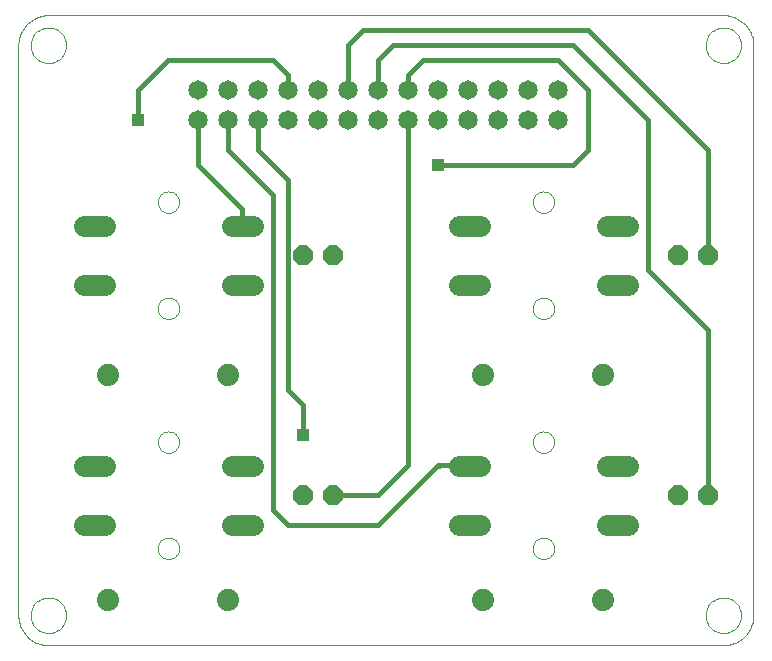
<source format=gtl>
G75*
%MOIN*%
%OFA0B0*%
%FSLAX24Y24*%
%IPPOS*%
%LPD*%
%AMOC8*
5,1,8,0,0,1.08239X$1,22.5*
%
%ADD10C,0.0000*%
%ADD11C,0.0650*%
%ADD12OC8,0.0660*%
%ADD13C,0.0705*%
%ADD14C,0.0740*%
%ADD15C,0.0160*%
%ADD16R,0.0396X0.0396*%
%ADD17R,0.0436X0.0436*%
D10*
X001100Y000100D02*
X023600Y000100D01*
X023660Y000102D01*
X023721Y000107D01*
X023780Y000116D01*
X023839Y000129D01*
X023898Y000145D01*
X023955Y000165D01*
X024010Y000188D01*
X024065Y000215D01*
X024117Y000244D01*
X024168Y000277D01*
X024217Y000313D01*
X024263Y000351D01*
X024307Y000393D01*
X024349Y000437D01*
X024387Y000483D01*
X024423Y000532D01*
X024456Y000583D01*
X024485Y000635D01*
X024512Y000690D01*
X024535Y000745D01*
X024555Y000802D01*
X024571Y000861D01*
X024584Y000920D01*
X024593Y000979D01*
X024598Y001040D01*
X024600Y001100D01*
X024600Y020100D01*
X024598Y020160D01*
X024593Y020221D01*
X024584Y020280D01*
X024571Y020339D01*
X024555Y020398D01*
X024535Y020455D01*
X024512Y020510D01*
X024485Y020565D01*
X024456Y020617D01*
X024423Y020668D01*
X024387Y020717D01*
X024349Y020763D01*
X024307Y020807D01*
X024263Y020849D01*
X024217Y020887D01*
X024168Y020923D01*
X024117Y020956D01*
X024065Y020985D01*
X024010Y021012D01*
X023955Y021035D01*
X023898Y021055D01*
X023839Y021071D01*
X023780Y021084D01*
X023721Y021093D01*
X023660Y021098D01*
X023600Y021100D01*
X001100Y021100D01*
X001040Y021098D01*
X000979Y021093D01*
X000920Y021084D01*
X000861Y021071D01*
X000802Y021055D01*
X000745Y021035D01*
X000690Y021012D01*
X000635Y020985D01*
X000583Y020956D01*
X000532Y020923D01*
X000483Y020887D01*
X000437Y020849D01*
X000393Y020807D01*
X000351Y020763D01*
X000313Y020717D01*
X000277Y020668D01*
X000244Y020617D01*
X000215Y020565D01*
X000188Y020510D01*
X000165Y020455D01*
X000145Y020398D01*
X000129Y020339D01*
X000116Y020280D01*
X000107Y020221D01*
X000102Y020160D01*
X000100Y020100D01*
X000100Y001100D01*
X000102Y001040D01*
X000107Y000979D01*
X000116Y000920D01*
X000129Y000861D01*
X000145Y000802D01*
X000165Y000745D01*
X000188Y000690D01*
X000215Y000635D01*
X000244Y000583D01*
X000277Y000532D01*
X000313Y000483D01*
X000351Y000437D01*
X000393Y000393D01*
X000437Y000351D01*
X000483Y000313D01*
X000532Y000277D01*
X000583Y000244D01*
X000635Y000215D01*
X000690Y000188D01*
X000745Y000165D01*
X000802Y000145D01*
X000861Y000129D01*
X000920Y000116D01*
X000979Y000107D01*
X001040Y000102D01*
X001100Y000100D01*
X000509Y001100D02*
X000511Y001148D01*
X000517Y001196D01*
X000527Y001243D01*
X000540Y001289D01*
X000558Y001334D01*
X000578Y001378D01*
X000603Y001420D01*
X000631Y001459D01*
X000661Y001496D01*
X000695Y001530D01*
X000732Y001562D01*
X000770Y001591D01*
X000811Y001616D01*
X000854Y001638D01*
X000899Y001656D01*
X000945Y001670D01*
X000992Y001681D01*
X001040Y001688D01*
X001088Y001691D01*
X001136Y001690D01*
X001184Y001685D01*
X001232Y001676D01*
X001278Y001664D01*
X001323Y001647D01*
X001367Y001627D01*
X001409Y001604D01*
X001449Y001577D01*
X001487Y001547D01*
X001522Y001514D01*
X001554Y001478D01*
X001584Y001440D01*
X001610Y001399D01*
X001632Y001356D01*
X001652Y001312D01*
X001667Y001267D01*
X001679Y001220D01*
X001687Y001172D01*
X001691Y001124D01*
X001691Y001076D01*
X001687Y001028D01*
X001679Y000980D01*
X001667Y000933D01*
X001652Y000888D01*
X001632Y000844D01*
X001610Y000801D01*
X001584Y000760D01*
X001554Y000722D01*
X001522Y000686D01*
X001487Y000653D01*
X001449Y000623D01*
X001409Y000596D01*
X001367Y000573D01*
X001323Y000553D01*
X001278Y000536D01*
X001232Y000524D01*
X001184Y000515D01*
X001136Y000510D01*
X001088Y000509D01*
X001040Y000512D01*
X000992Y000519D01*
X000945Y000530D01*
X000899Y000544D01*
X000854Y000562D01*
X000811Y000584D01*
X000770Y000609D01*
X000732Y000638D01*
X000695Y000670D01*
X000661Y000704D01*
X000631Y000741D01*
X000603Y000780D01*
X000578Y000822D01*
X000558Y000866D01*
X000540Y000911D01*
X000527Y000957D01*
X000517Y001004D01*
X000511Y001052D01*
X000509Y001100D01*
X004745Y003330D02*
X004747Y003367D01*
X004753Y003404D01*
X004762Y003440D01*
X004776Y003474D01*
X004793Y003507D01*
X004813Y003539D01*
X004836Y003568D01*
X004862Y003594D01*
X004891Y003617D01*
X004922Y003637D01*
X004956Y003654D01*
X004990Y003668D01*
X005026Y003677D01*
X005063Y003683D01*
X005100Y003685D01*
X005137Y003683D01*
X005174Y003677D01*
X005210Y003668D01*
X005244Y003654D01*
X005277Y003637D01*
X005309Y003617D01*
X005338Y003594D01*
X005364Y003568D01*
X005387Y003539D01*
X005407Y003508D01*
X005424Y003474D01*
X005438Y003440D01*
X005447Y003404D01*
X005453Y003367D01*
X005455Y003330D01*
X005453Y003293D01*
X005447Y003256D01*
X005438Y003220D01*
X005424Y003186D01*
X005407Y003153D01*
X005387Y003121D01*
X005364Y003092D01*
X005338Y003066D01*
X005309Y003043D01*
X005278Y003023D01*
X005244Y003006D01*
X005210Y002992D01*
X005174Y002983D01*
X005137Y002977D01*
X005100Y002975D01*
X005063Y002977D01*
X005026Y002983D01*
X004990Y002992D01*
X004956Y003006D01*
X004923Y003023D01*
X004891Y003043D01*
X004862Y003066D01*
X004836Y003092D01*
X004813Y003121D01*
X004793Y003152D01*
X004776Y003186D01*
X004762Y003220D01*
X004753Y003256D01*
X004747Y003293D01*
X004745Y003330D01*
X004745Y006870D02*
X004747Y006907D01*
X004753Y006944D01*
X004762Y006980D01*
X004776Y007014D01*
X004793Y007047D01*
X004813Y007079D01*
X004836Y007108D01*
X004862Y007134D01*
X004891Y007157D01*
X004922Y007177D01*
X004956Y007194D01*
X004990Y007208D01*
X005026Y007217D01*
X005063Y007223D01*
X005100Y007225D01*
X005137Y007223D01*
X005174Y007217D01*
X005210Y007208D01*
X005244Y007194D01*
X005277Y007177D01*
X005309Y007157D01*
X005338Y007134D01*
X005364Y007108D01*
X005387Y007079D01*
X005407Y007048D01*
X005424Y007014D01*
X005438Y006980D01*
X005447Y006944D01*
X005453Y006907D01*
X005455Y006870D01*
X005453Y006833D01*
X005447Y006796D01*
X005438Y006760D01*
X005424Y006726D01*
X005407Y006693D01*
X005387Y006661D01*
X005364Y006632D01*
X005338Y006606D01*
X005309Y006583D01*
X005278Y006563D01*
X005244Y006546D01*
X005210Y006532D01*
X005174Y006523D01*
X005137Y006517D01*
X005100Y006515D01*
X005063Y006517D01*
X005026Y006523D01*
X004990Y006532D01*
X004956Y006546D01*
X004923Y006563D01*
X004891Y006583D01*
X004862Y006606D01*
X004836Y006632D01*
X004813Y006661D01*
X004793Y006692D01*
X004776Y006726D01*
X004762Y006760D01*
X004753Y006796D01*
X004747Y006833D01*
X004745Y006870D01*
X004745Y011330D02*
X004747Y011367D01*
X004753Y011404D01*
X004762Y011440D01*
X004776Y011474D01*
X004793Y011507D01*
X004813Y011539D01*
X004836Y011568D01*
X004862Y011594D01*
X004891Y011617D01*
X004922Y011637D01*
X004956Y011654D01*
X004990Y011668D01*
X005026Y011677D01*
X005063Y011683D01*
X005100Y011685D01*
X005137Y011683D01*
X005174Y011677D01*
X005210Y011668D01*
X005244Y011654D01*
X005277Y011637D01*
X005309Y011617D01*
X005338Y011594D01*
X005364Y011568D01*
X005387Y011539D01*
X005407Y011508D01*
X005424Y011474D01*
X005438Y011440D01*
X005447Y011404D01*
X005453Y011367D01*
X005455Y011330D01*
X005453Y011293D01*
X005447Y011256D01*
X005438Y011220D01*
X005424Y011186D01*
X005407Y011153D01*
X005387Y011121D01*
X005364Y011092D01*
X005338Y011066D01*
X005309Y011043D01*
X005278Y011023D01*
X005244Y011006D01*
X005210Y010992D01*
X005174Y010983D01*
X005137Y010977D01*
X005100Y010975D01*
X005063Y010977D01*
X005026Y010983D01*
X004990Y010992D01*
X004956Y011006D01*
X004923Y011023D01*
X004891Y011043D01*
X004862Y011066D01*
X004836Y011092D01*
X004813Y011121D01*
X004793Y011152D01*
X004776Y011186D01*
X004762Y011220D01*
X004753Y011256D01*
X004747Y011293D01*
X004745Y011330D01*
X004745Y014870D02*
X004747Y014907D01*
X004753Y014944D01*
X004762Y014980D01*
X004776Y015014D01*
X004793Y015047D01*
X004813Y015079D01*
X004836Y015108D01*
X004862Y015134D01*
X004891Y015157D01*
X004922Y015177D01*
X004956Y015194D01*
X004990Y015208D01*
X005026Y015217D01*
X005063Y015223D01*
X005100Y015225D01*
X005137Y015223D01*
X005174Y015217D01*
X005210Y015208D01*
X005244Y015194D01*
X005277Y015177D01*
X005309Y015157D01*
X005338Y015134D01*
X005364Y015108D01*
X005387Y015079D01*
X005407Y015048D01*
X005424Y015014D01*
X005438Y014980D01*
X005447Y014944D01*
X005453Y014907D01*
X005455Y014870D01*
X005453Y014833D01*
X005447Y014796D01*
X005438Y014760D01*
X005424Y014726D01*
X005407Y014693D01*
X005387Y014661D01*
X005364Y014632D01*
X005338Y014606D01*
X005309Y014583D01*
X005278Y014563D01*
X005244Y014546D01*
X005210Y014532D01*
X005174Y014523D01*
X005137Y014517D01*
X005100Y014515D01*
X005063Y014517D01*
X005026Y014523D01*
X004990Y014532D01*
X004956Y014546D01*
X004923Y014563D01*
X004891Y014583D01*
X004862Y014606D01*
X004836Y014632D01*
X004813Y014661D01*
X004793Y014692D01*
X004776Y014726D01*
X004762Y014760D01*
X004753Y014796D01*
X004747Y014833D01*
X004745Y014870D01*
X000509Y020100D02*
X000511Y020148D01*
X000517Y020196D01*
X000527Y020243D01*
X000540Y020289D01*
X000558Y020334D01*
X000578Y020378D01*
X000603Y020420D01*
X000631Y020459D01*
X000661Y020496D01*
X000695Y020530D01*
X000732Y020562D01*
X000770Y020591D01*
X000811Y020616D01*
X000854Y020638D01*
X000899Y020656D01*
X000945Y020670D01*
X000992Y020681D01*
X001040Y020688D01*
X001088Y020691D01*
X001136Y020690D01*
X001184Y020685D01*
X001232Y020676D01*
X001278Y020664D01*
X001323Y020647D01*
X001367Y020627D01*
X001409Y020604D01*
X001449Y020577D01*
X001487Y020547D01*
X001522Y020514D01*
X001554Y020478D01*
X001584Y020440D01*
X001610Y020399D01*
X001632Y020356D01*
X001652Y020312D01*
X001667Y020267D01*
X001679Y020220D01*
X001687Y020172D01*
X001691Y020124D01*
X001691Y020076D01*
X001687Y020028D01*
X001679Y019980D01*
X001667Y019933D01*
X001652Y019888D01*
X001632Y019844D01*
X001610Y019801D01*
X001584Y019760D01*
X001554Y019722D01*
X001522Y019686D01*
X001487Y019653D01*
X001449Y019623D01*
X001409Y019596D01*
X001367Y019573D01*
X001323Y019553D01*
X001278Y019536D01*
X001232Y019524D01*
X001184Y019515D01*
X001136Y019510D01*
X001088Y019509D01*
X001040Y019512D01*
X000992Y019519D01*
X000945Y019530D01*
X000899Y019544D01*
X000854Y019562D01*
X000811Y019584D01*
X000770Y019609D01*
X000732Y019638D01*
X000695Y019670D01*
X000661Y019704D01*
X000631Y019741D01*
X000603Y019780D01*
X000578Y019822D01*
X000558Y019866D01*
X000540Y019911D01*
X000527Y019957D01*
X000517Y020004D01*
X000511Y020052D01*
X000509Y020100D01*
X017245Y014870D02*
X017247Y014907D01*
X017253Y014944D01*
X017262Y014980D01*
X017276Y015014D01*
X017293Y015047D01*
X017313Y015079D01*
X017336Y015108D01*
X017362Y015134D01*
X017391Y015157D01*
X017422Y015177D01*
X017456Y015194D01*
X017490Y015208D01*
X017526Y015217D01*
X017563Y015223D01*
X017600Y015225D01*
X017637Y015223D01*
X017674Y015217D01*
X017710Y015208D01*
X017744Y015194D01*
X017777Y015177D01*
X017809Y015157D01*
X017838Y015134D01*
X017864Y015108D01*
X017887Y015079D01*
X017907Y015048D01*
X017924Y015014D01*
X017938Y014980D01*
X017947Y014944D01*
X017953Y014907D01*
X017955Y014870D01*
X017953Y014833D01*
X017947Y014796D01*
X017938Y014760D01*
X017924Y014726D01*
X017907Y014693D01*
X017887Y014661D01*
X017864Y014632D01*
X017838Y014606D01*
X017809Y014583D01*
X017778Y014563D01*
X017744Y014546D01*
X017710Y014532D01*
X017674Y014523D01*
X017637Y014517D01*
X017600Y014515D01*
X017563Y014517D01*
X017526Y014523D01*
X017490Y014532D01*
X017456Y014546D01*
X017423Y014563D01*
X017391Y014583D01*
X017362Y014606D01*
X017336Y014632D01*
X017313Y014661D01*
X017293Y014692D01*
X017276Y014726D01*
X017262Y014760D01*
X017253Y014796D01*
X017247Y014833D01*
X017245Y014870D01*
X017245Y011330D02*
X017247Y011367D01*
X017253Y011404D01*
X017262Y011440D01*
X017276Y011474D01*
X017293Y011507D01*
X017313Y011539D01*
X017336Y011568D01*
X017362Y011594D01*
X017391Y011617D01*
X017422Y011637D01*
X017456Y011654D01*
X017490Y011668D01*
X017526Y011677D01*
X017563Y011683D01*
X017600Y011685D01*
X017637Y011683D01*
X017674Y011677D01*
X017710Y011668D01*
X017744Y011654D01*
X017777Y011637D01*
X017809Y011617D01*
X017838Y011594D01*
X017864Y011568D01*
X017887Y011539D01*
X017907Y011508D01*
X017924Y011474D01*
X017938Y011440D01*
X017947Y011404D01*
X017953Y011367D01*
X017955Y011330D01*
X017953Y011293D01*
X017947Y011256D01*
X017938Y011220D01*
X017924Y011186D01*
X017907Y011153D01*
X017887Y011121D01*
X017864Y011092D01*
X017838Y011066D01*
X017809Y011043D01*
X017778Y011023D01*
X017744Y011006D01*
X017710Y010992D01*
X017674Y010983D01*
X017637Y010977D01*
X017600Y010975D01*
X017563Y010977D01*
X017526Y010983D01*
X017490Y010992D01*
X017456Y011006D01*
X017423Y011023D01*
X017391Y011043D01*
X017362Y011066D01*
X017336Y011092D01*
X017313Y011121D01*
X017293Y011152D01*
X017276Y011186D01*
X017262Y011220D01*
X017253Y011256D01*
X017247Y011293D01*
X017245Y011330D01*
X017245Y006870D02*
X017247Y006907D01*
X017253Y006944D01*
X017262Y006980D01*
X017276Y007014D01*
X017293Y007047D01*
X017313Y007079D01*
X017336Y007108D01*
X017362Y007134D01*
X017391Y007157D01*
X017422Y007177D01*
X017456Y007194D01*
X017490Y007208D01*
X017526Y007217D01*
X017563Y007223D01*
X017600Y007225D01*
X017637Y007223D01*
X017674Y007217D01*
X017710Y007208D01*
X017744Y007194D01*
X017777Y007177D01*
X017809Y007157D01*
X017838Y007134D01*
X017864Y007108D01*
X017887Y007079D01*
X017907Y007048D01*
X017924Y007014D01*
X017938Y006980D01*
X017947Y006944D01*
X017953Y006907D01*
X017955Y006870D01*
X017953Y006833D01*
X017947Y006796D01*
X017938Y006760D01*
X017924Y006726D01*
X017907Y006693D01*
X017887Y006661D01*
X017864Y006632D01*
X017838Y006606D01*
X017809Y006583D01*
X017778Y006563D01*
X017744Y006546D01*
X017710Y006532D01*
X017674Y006523D01*
X017637Y006517D01*
X017600Y006515D01*
X017563Y006517D01*
X017526Y006523D01*
X017490Y006532D01*
X017456Y006546D01*
X017423Y006563D01*
X017391Y006583D01*
X017362Y006606D01*
X017336Y006632D01*
X017313Y006661D01*
X017293Y006692D01*
X017276Y006726D01*
X017262Y006760D01*
X017253Y006796D01*
X017247Y006833D01*
X017245Y006870D01*
X017245Y003330D02*
X017247Y003367D01*
X017253Y003404D01*
X017262Y003440D01*
X017276Y003474D01*
X017293Y003507D01*
X017313Y003539D01*
X017336Y003568D01*
X017362Y003594D01*
X017391Y003617D01*
X017422Y003637D01*
X017456Y003654D01*
X017490Y003668D01*
X017526Y003677D01*
X017563Y003683D01*
X017600Y003685D01*
X017637Y003683D01*
X017674Y003677D01*
X017710Y003668D01*
X017744Y003654D01*
X017777Y003637D01*
X017809Y003617D01*
X017838Y003594D01*
X017864Y003568D01*
X017887Y003539D01*
X017907Y003508D01*
X017924Y003474D01*
X017938Y003440D01*
X017947Y003404D01*
X017953Y003367D01*
X017955Y003330D01*
X017953Y003293D01*
X017947Y003256D01*
X017938Y003220D01*
X017924Y003186D01*
X017907Y003153D01*
X017887Y003121D01*
X017864Y003092D01*
X017838Y003066D01*
X017809Y003043D01*
X017778Y003023D01*
X017744Y003006D01*
X017710Y002992D01*
X017674Y002983D01*
X017637Y002977D01*
X017600Y002975D01*
X017563Y002977D01*
X017526Y002983D01*
X017490Y002992D01*
X017456Y003006D01*
X017423Y003023D01*
X017391Y003043D01*
X017362Y003066D01*
X017336Y003092D01*
X017313Y003121D01*
X017293Y003152D01*
X017276Y003186D01*
X017262Y003220D01*
X017253Y003256D01*
X017247Y003293D01*
X017245Y003330D01*
X023009Y001100D02*
X023011Y001148D01*
X023017Y001196D01*
X023027Y001243D01*
X023040Y001289D01*
X023058Y001334D01*
X023078Y001378D01*
X023103Y001420D01*
X023131Y001459D01*
X023161Y001496D01*
X023195Y001530D01*
X023232Y001562D01*
X023270Y001591D01*
X023311Y001616D01*
X023354Y001638D01*
X023399Y001656D01*
X023445Y001670D01*
X023492Y001681D01*
X023540Y001688D01*
X023588Y001691D01*
X023636Y001690D01*
X023684Y001685D01*
X023732Y001676D01*
X023778Y001664D01*
X023823Y001647D01*
X023867Y001627D01*
X023909Y001604D01*
X023949Y001577D01*
X023987Y001547D01*
X024022Y001514D01*
X024054Y001478D01*
X024084Y001440D01*
X024110Y001399D01*
X024132Y001356D01*
X024152Y001312D01*
X024167Y001267D01*
X024179Y001220D01*
X024187Y001172D01*
X024191Y001124D01*
X024191Y001076D01*
X024187Y001028D01*
X024179Y000980D01*
X024167Y000933D01*
X024152Y000888D01*
X024132Y000844D01*
X024110Y000801D01*
X024084Y000760D01*
X024054Y000722D01*
X024022Y000686D01*
X023987Y000653D01*
X023949Y000623D01*
X023909Y000596D01*
X023867Y000573D01*
X023823Y000553D01*
X023778Y000536D01*
X023732Y000524D01*
X023684Y000515D01*
X023636Y000510D01*
X023588Y000509D01*
X023540Y000512D01*
X023492Y000519D01*
X023445Y000530D01*
X023399Y000544D01*
X023354Y000562D01*
X023311Y000584D01*
X023270Y000609D01*
X023232Y000638D01*
X023195Y000670D01*
X023161Y000704D01*
X023131Y000741D01*
X023103Y000780D01*
X023078Y000822D01*
X023058Y000866D01*
X023040Y000911D01*
X023027Y000957D01*
X023017Y001004D01*
X023011Y001052D01*
X023009Y001100D01*
X023009Y020100D02*
X023011Y020148D01*
X023017Y020196D01*
X023027Y020243D01*
X023040Y020289D01*
X023058Y020334D01*
X023078Y020378D01*
X023103Y020420D01*
X023131Y020459D01*
X023161Y020496D01*
X023195Y020530D01*
X023232Y020562D01*
X023270Y020591D01*
X023311Y020616D01*
X023354Y020638D01*
X023399Y020656D01*
X023445Y020670D01*
X023492Y020681D01*
X023540Y020688D01*
X023588Y020691D01*
X023636Y020690D01*
X023684Y020685D01*
X023732Y020676D01*
X023778Y020664D01*
X023823Y020647D01*
X023867Y020627D01*
X023909Y020604D01*
X023949Y020577D01*
X023987Y020547D01*
X024022Y020514D01*
X024054Y020478D01*
X024084Y020440D01*
X024110Y020399D01*
X024132Y020356D01*
X024152Y020312D01*
X024167Y020267D01*
X024179Y020220D01*
X024187Y020172D01*
X024191Y020124D01*
X024191Y020076D01*
X024187Y020028D01*
X024179Y019980D01*
X024167Y019933D01*
X024152Y019888D01*
X024132Y019844D01*
X024110Y019801D01*
X024084Y019760D01*
X024054Y019722D01*
X024022Y019686D01*
X023987Y019653D01*
X023949Y019623D01*
X023909Y019596D01*
X023867Y019573D01*
X023823Y019553D01*
X023778Y019536D01*
X023732Y019524D01*
X023684Y019515D01*
X023636Y019510D01*
X023588Y019509D01*
X023540Y019512D01*
X023492Y019519D01*
X023445Y019530D01*
X023399Y019544D01*
X023354Y019562D01*
X023311Y019584D01*
X023270Y019609D01*
X023232Y019638D01*
X023195Y019670D01*
X023161Y019704D01*
X023131Y019741D01*
X023103Y019780D01*
X023078Y019822D01*
X023058Y019866D01*
X023040Y019911D01*
X023027Y019957D01*
X023017Y020004D01*
X023011Y020052D01*
X023009Y020100D01*
D11*
X018100Y018600D03*
X018100Y017600D03*
X017100Y017600D03*
X017100Y018600D03*
X016100Y018600D03*
X016100Y017600D03*
X015100Y017600D03*
X015100Y018600D03*
X014100Y018600D03*
X014100Y017600D03*
X013100Y017600D03*
X013100Y018600D03*
X012100Y018600D03*
X012100Y017600D03*
X011100Y017600D03*
X011100Y018600D03*
X010100Y018600D03*
X010100Y017600D03*
X009100Y017600D03*
X009100Y018600D03*
X008100Y018600D03*
X008100Y017600D03*
X007100Y017600D03*
X007100Y018600D03*
X006100Y018600D03*
X006100Y017600D03*
D12*
X009600Y013100D03*
X010600Y013100D03*
X010600Y005100D03*
X009600Y005100D03*
X022100Y005100D03*
X023100Y005100D03*
X023100Y013100D03*
X022100Y013100D03*
D13*
X020413Y012120D02*
X019708Y012120D01*
X019708Y014080D02*
X020413Y014080D01*
X015493Y014080D02*
X014788Y014080D01*
X014788Y012120D02*
X015493Y012120D01*
X015493Y006080D02*
X014788Y006080D01*
X014788Y004120D02*
X015493Y004120D01*
X019708Y004120D02*
X020413Y004120D01*
X020413Y006080D02*
X019708Y006080D01*
X007913Y006080D02*
X007208Y006080D01*
X007208Y004120D02*
X007913Y004120D01*
X002993Y004120D02*
X002288Y004120D01*
X002288Y006080D02*
X002993Y006080D01*
X002993Y012120D02*
X002288Y012120D01*
X002288Y014080D02*
X002993Y014080D01*
X007208Y014080D02*
X007913Y014080D01*
X007913Y012120D02*
X007208Y012120D01*
D14*
X007100Y009100D03*
X003100Y009100D03*
X003100Y001600D03*
X007100Y001600D03*
X015600Y001600D03*
X019600Y001600D03*
X019600Y009100D03*
X015600Y009100D03*
D15*
X015140Y006080D02*
X014100Y006100D01*
X012100Y004100D01*
X009100Y004100D01*
X008600Y004600D01*
X008600Y015100D01*
X007100Y016600D01*
X007100Y017600D01*
X006100Y017600D02*
X006100Y016100D01*
X007560Y014640D01*
X007560Y014080D01*
X009100Y015600D02*
X008100Y016600D01*
X008100Y017600D01*
X009100Y018600D02*
X009100Y019100D01*
X008600Y019600D01*
X005100Y019600D01*
X004100Y018600D01*
X004100Y017600D01*
X009100Y015600D02*
X009100Y008600D01*
X009600Y008100D01*
X009600Y007100D01*
X010600Y005100D02*
X012100Y005100D01*
X013100Y006100D01*
X013100Y017600D01*
X013100Y018600D02*
X013100Y019100D01*
X013600Y019600D01*
X018100Y019600D01*
X019100Y018600D01*
X019100Y016600D01*
X018600Y016100D01*
X014100Y016100D01*
X012100Y018600D02*
X012100Y019600D01*
X012600Y020100D01*
X018600Y020100D01*
X021100Y017600D01*
X021100Y012600D01*
X023100Y010600D01*
X023100Y005100D01*
X014120Y006080D02*
X014100Y006100D01*
X023100Y013100D02*
X023100Y016600D01*
X019100Y020600D01*
X011600Y020600D01*
X011100Y020100D01*
X011100Y018600D01*
X002620Y006100D02*
X002640Y006080D01*
X002620Y006080D02*
X002600Y006100D01*
X002620Y006100D01*
D16*
X014100Y016100D03*
X004100Y017600D03*
D17*
X009600Y007100D03*
M02*

</source>
